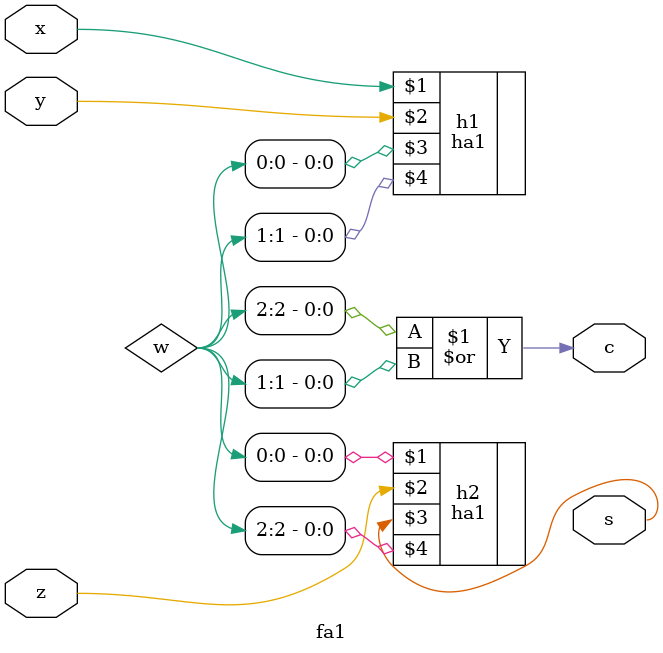
<source format=v>
`timescale 1ns / 1ps

module fa1(x,y,z,s,c);
    input x,y,z;
	 output s,c;
	 wire [3:0]w;
	 
	 ha1 h1(x,y,w[0],w[1]);
	 ha1 h2(w[0],z,s,w[2]);
	 
	 assign c = w[2]|w[1];
endmodule

</source>
